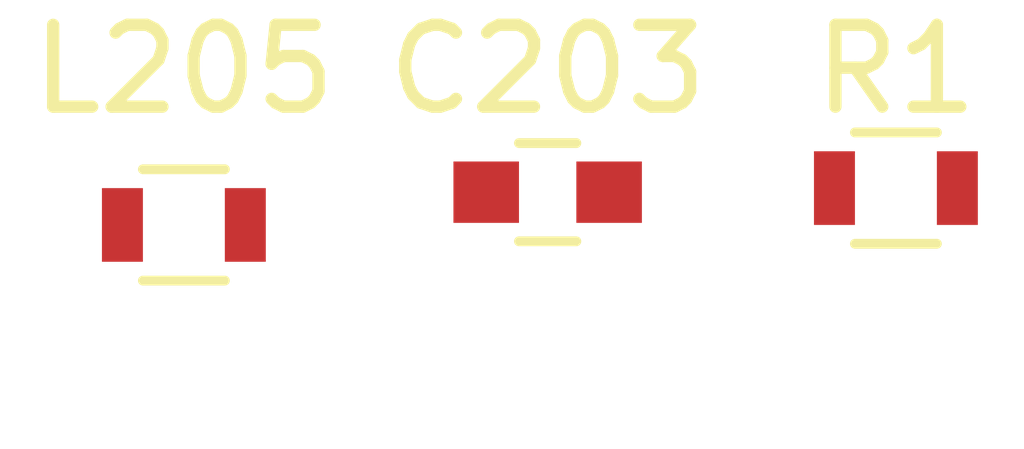
<source format=kicad_pcb>
(kicad_pcb (version 4) (host pcbnew 4.0.6)

  (general
    (links 0)
    (no_connects 0)
    (area 0 0 0 0)
    (thickness 1.6)
    (drawings 0)
    (tracks 0)
    (zones 0)
    (modules 3)
    (nets 1)
  )

  (page A4)
  (layers
    (0 F.Cu signal)
    (31 B.Cu signal)
    (32 B.Adhes user)
    (33 F.Adhes user)
    (34 B.Paste user)
    (35 F.Paste user)
    (36 B.SilkS user)
    (37 F.SilkS user)
    (38 B.Mask user)
    (39 F.Mask user)
    (40 Dwgs.User user)
    (41 Cmts.User user)
    (42 Eco1.User user)
    (43 Eco2.User user)
    (44 Edge.Cuts user)
    (45 Margin user)
    (46 B.CrtYd user)
    (47 F.CrtYd user)
    (48 B.Fab user)
    (49 F.Fab user)
  )

  (setup
    (last_trace_width 0.25)
    (trace_clearance 0.2)
    (zone_clearance 0.508)
    (zone_45_only no)
    (trace_min 0.2)
    (segment_width 0.2)
    (edge_width 0.15)
    (via_size 0.6)
    (via_drill 0.4)
    (via_min_size 0.4)
    (via_min_drill 0.3)
    (uvia_size 0.3)
    (uvia_drill 0.1)
    (uvias_allowed no)
    (uvia_min_size 0.2)
    (uvia_min_drill 0.1)
    (pcb_text_width 0.3)
    (pcb_text_size 1.5 1.5)
    (mod_edge_width 0.15)
    (mod_text_size 1 1)
    (mod_text_width 0.15)
    (pad_size 1.524 1.524)
    (pad_drill 0.762)
    (pad_to_mask_clearance 0.2)
    (aux_axis_origin 0 0)
    (visible_elements FFFFFF7F)
    (pcbplotparams
      (layerselection 0x00030_80000001)
      (usegerberextensions false)
      (excludeedgelayer true)
      (linewidth 0.100000)
      (plotframeref false)
      (viasonmask false)
      (mode 1)
      (useauxorigin false)
      (hpglpennumber 1)
      (hpglpenspeed 20)
      (hpglpendiameter 15)
      (hpglpenoverlay 2)
      (psnegative false)
      (psa4output false)
      (plotreference true)
      (plotvalue true)
      (plotinvisibletext false)
      (padsonsilk false)
      (subtractmaskfromsilk false)
      (outputformat 1)
      (mirror false)
      (drillshape 1)
      (scaleselection 1)
      (outputdirectory ""))
  )

  (net 0 "")

  (net_class Default "This is the default net class."
    (clearance 0.2)
    (trace_width 0.25)
    (via_dia 0.6)
    (via_drill 0.4)
    (uvia_dia 0.3)
    (uvia_drill 0.1)
  )

  (module Inductors_SMD:L_0603 (layer F.Cu) (tedit 58307A47) (tstamp 59721E0A)
    (at 153.569047 93.125)
    (descr "Resistor SMD 0603, reflow soldering, Vishay (see dcrcw.pdf)")
    (tags "resistor 0603")
    (path /59700D3A)
    (attr smd)
    (fp_text reference L205 (at 0 -1.9) (layer F.SilkS)
      (effects (font (size 1 1) (thickness 0.15)))
    )
    (fp_text value 0.22u (at 0 1.9) (layer F.Fab)
      (effects (font (size 1 1) (thickness 0.15)))
    )
    (fp_text user %R (at 0 0) (layer F.Fab)
      (effects (font (size 0.4 0.4) (thickness 0.075)))
    )
    (fp_line (start -0.8 0.4) (end -0.8 -0.4) (layer F.Fab) (width 0.1))
    (fp_line (start 0.8 0.4) (end -0.8 0.4) (layer F.Fab) (width 0.1))
    (fp_line (start 0.8 -0.4) (end 0.8 0.4) (layer F.Fab) (width 0.1))
    (fp_line (start -0.8 -0.4) (end 0.8 -0.4) (layer F.Fab) (width 0.1))
    (fp_line (start -1.3 -0.8) (end 1.3 -0.8) (layer F.CrtYd) (width 0.05))
    (fp_line (start -1.3 0.8) (end 1.3 0.8) (layer F.CrtYd) (width 0.05))
    (fp_line (start -1.3 -0.8) (end -1.3 0.8) (layer F.CrtYd) (width 0.05))
    (fp_line (start 1.3 -0.8) (end 1.3 0.8) (layer F.CrtYd) (width 0.05))
    (fp_line (start 0.5 0.68) (end -0.5 0.68) (layer F.SilkS) (width 0.12))
    (fp_line (start -0.5 -0.68) (end 0.5 -0.68) (layer F.SilkS) (width 0.12))
    (pad 1 smd rect (at -0.75 0) (size 0.5 0.9) (layers F.Cu F.Paste F.Mask))
    (pad 2 smd rect (at 0.75 0) (size 0.5 0.9) (layers F.Cu F.Paste F.Mask))
    (model Inductors_SMD.3dshapes\L_0603.wrl
      (at (xyz 0 0 0))
      (scale (xyz 1 1 1))
      (rotate (xyz 0 0 0))
    )
  )

  (module Capacitors_SMD:C_0603 (layer F.Cu) (tedit 58AA844E) (tstamp 59721DF9)
    (at 158.008571 92.725)
    (descr "Capacitor SMD 0603, reflow soldering, AVX (see smccp.pdf)")
    (tags "capacitor 0603")
    (path /59700D6B)
    (attr smd)
    (fp_text reference C203 (at 0 -1.5) (layer F.SilkS)
      (effects (font (size 1 1) (thickness 0.15)))
    )
    (fp_text value 0.1u (at 0 1.5) (layer F.Fab)
      (effects (font (size 1 1) (thickness 0.15)))
    )
    (fp_text user %R (at 0 0) (layer F.Fab)
      (effects (font (size 0.4 0.4) (thickness 0.075)))
    )
    (fp_line (start -0.8 0.4) (end -0.8 -0.4) (layer F.Fab) (width 0.1))
    (fp_line (start 0.8 0.4) (end -0.8 0.4) (layer F.Fab) (width 0.1))
    (fp_line (start 0.8 -0.4) (end 0.8 0.4) (layer F.Fab) (width 0.1))
    (fp_line (start -0.8 -0.4) (end 0.8 -0.4) (layer F.Fab) (width 0.1))
    (fp_line (start -0.35 -0.6) (end 0.35 -0.6) (layer F.SilkS) (width 0.12))
    (fp_line (start 0.35 0.6) (end -0.35 0.6) (layer F.SilkS) (width 0.12))
    (fp_line (start -1.4 -0.65) (end 1.4 -0.65) (layer F.CrtYd) (width 0.05))
    (fp_line (start -1.4 -0.65) (end -1.4 0.65) (layer F.CrtYd) (width 0.05))
    (fp_line (start 1.4 0.65) (end 1.4 -0.65) (layer F.CrtYd) (width 0.05))
    (fp_line (start 1.4 0.65) (end -1.4 0.65) (layer F.CrtYd) (width 0.05))
    (pad 1 smd rect (at -0.75 0) (size 0.8 0.75) (layers F.Cu F.Paste F.Mask))
    (pad 2 smd rect (at 0.75 0) (size 0.8 0.75) (layers F.Cu F.Paste F.Mask))
    (model Capacitors_SMD.3dshapes/C_0603.wrl
      (at (xyz 0 0 0))
      (scale (xyz 1 1 1))
      (rotate (xyz 0 0 0))
    )
  )

  (module Resistors_SMD:R_0603 (layer F.Cu) (tedit 59700CEE) (tstamp 59721E1B)
    (at 162.258571 92.675)
    (descr "Resistor SMD 0603, reflow soldering, Vishay (see dcrcw.pdf)")
    (tags "resistor 0603")
    (path /59700AA6)
    (attr smd)
    (fp_text reference R1 (at 0 -1.45) (layer F.SilkS)
      (effects (font (size 1 1) (thickness 0.15)))
    )
    (fp_text value 10K (at 0 1.5) (layer F.Fab)
      (effects (font (size 1 1) (thickness 0.15)))
    )
    (fp_text user %R (at 0 0) (layer F.Fab)
      (effects (font (size 0.4 0.4) (thickness 0.075)))
    )
    (fp_line (start -0.8 0.4) (end -0.8 -0.4) (layer F.Fab) (width 0.1))
    (fp_line (start 0.8 0.4) (end -0.8 0.4) (layer F.Fab) (width 0.1))
    (fp_line (start 0.8 -0.4) (end 0.8 0.4) (layer F.Fab) (width 0.1))
    (fp_line (start -0.8 -0.4) (end 0.8 -0.4) (layer F.Fab) (width 0.1))
    (fp_line (start 0.5 0.68) (end -0.5 0.68) (layer F.SilkS) (width 0.12))
    (fp_line (start -0.5 -0.68) (end 0.5 -0.68) (layer F.SilkS) (width 0.12))
    (fp_line (start -1.25 -0.7) (end 1.25 -0.7) (layer F.CrtYd) (width 0.05))
    (fp_line (start -1.25 -0.7) (end -1.25 0.7) (layer F.CrtYd) (width 0.05))
    (fp_line (start 1.25 0.7) (end 1.25 -0.7) (layer F.CrtYd) (width 0.05))
    (fp_line (start 1.25 0.7) (end -1.25 0.7) (layer F.CrtYd) (width 0.05))
    (pad 1 smd rect (at -0.75 0) (size 0.5 0.9) (layers F.Cu F.Paste F.Mask))
    (pad 2 smd rect (at 0.75 0) (size 0.5 0.9) (layers F.Cu F.Paste F.Mask))
    (model ${KISYS3DMOD}/Resistors_SMD.3dshapes/R_0603.wrl
      (at (xyz 0 0 0))
      (scale (xyz 1 1 1))
      (rotate (xyz 0 0 0))
    )
  )

)

</source>
